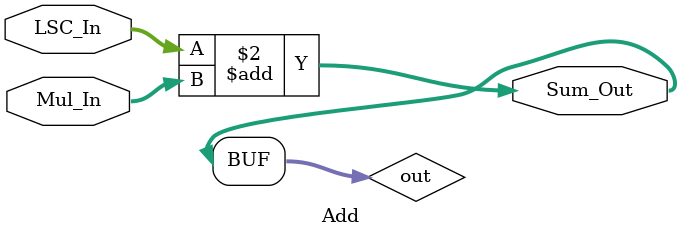
<source format=v>
`timescale 1ns / 1ps


module Add(
    input [3:0] LSC_In,
    input [5:0] Mul_In,
    output [5:0] Sum_Out
    );
    reg [5:0] out;
    
    always @(LSC_In, Mul_In)
        out = LSC_In + Mul_In;
    
    assign Sum_Out = out;
    
endmodule

</source>
